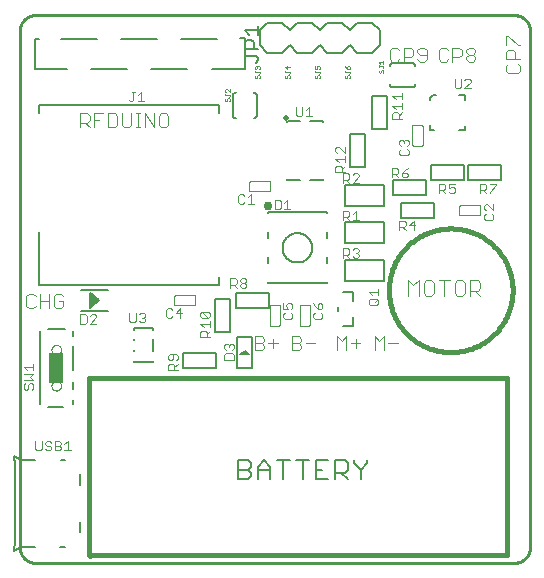
<source format=gto>
G75*
%MOIN*%
%OFA0B0*%
%FSLAX25Y25*%
%IPPOS*%
%LPD*%
%AMOC8*
5,1,8,0,0,1.08239X$1,22.5*
%
%ADD10C,0.01600*%
%ADD11C,0.00600*%
%ADD12C,0.00400*%
%ADD13C,0.01000*%
%ADD14C,0.00300*%
%ADD15C,0.03000*%
%ADD16C,0.00500*%
%ADD17C,0.00800*%
%ADD18C,0.00100*%
%ADD19R,0.05000X0.10000*%
%ADD20C,0.00000*%
%ADD21C,0.02000*%
D10*
X0031000Y0004000D02*
X0031000Y0063000D01*
X0031250Y0063000D02*
X0170500Y0063000D01*
X0170500Y0061500D01*
X0170500Y0004000D01*
X0031250Y0004000D01*
X0031250Y0003750D01*
X0131008Y0092313D02*
X0131014Y0092819D01*
X0131033Y0093325D01*
X0131064Y0093830D01*
X0131107Y0094334D01*
X0131163Y0094837D01*
X0131231Y0095338D01*
X0131312Y0095838D01*
X0131404Y0096335D01*
X0131509Y0096830D01*
X0131626Y0097322D01*
X0131755Y0097812D01*
X0131896Y0098298D01*
X0132049Y0098780D01*
X0132213Y0099258D01*
X0132389Y0099733D01*
X0132577Y0100202D01*
X0132777Y0100667D01*
X0132987Y0101127D01*
X0133209Y0101582D01*
X0133442Y0102031D01*
X0133686Y0102475D01*
X0133941Y0102912D01*
X0134206Y0103343D01*
X0134482Y0103767D01*
X0134769Y0104184D01*
X0135065Y0104594D01*
X0135371Y0104997D01*
X0135688Y0105392D01*
X0136013Y0105779D01*
X0136349Y0106158D01*
X0136693Y0106529D01*
X0137046Y0106891D01*
X0137408Y0107244D01*
X0137779Y0107588D01*
X0138158Y0107924D01*
X0138545Y0108249D01*
X0138940Y0108566D01*
X0139343Y0108872D01*
X0139753Y0109168D01*
X0140170Y0109455D01*
X0140594Y0109731D01*
X0141025Y0109996D01*
X0141462Y0110251D01*
X0141906Y0110495D01*
X0142355Y0110728D01*
X0142810Y0110950D01*
X0143270Y0111160D01*
X0143735Y0111360D01*
X0144204Y0111548D01*
X0144679Y0111724D01*
X0145157Y0111888D01*
X0145639Y0112041D01*
X0146125Y0112182D01*
X0146615Y0112311D01*
X0147107Y0112428D01*
X0147602Y0112533D01*
X0148099Y0112625D01*
X0148599Y0112706D01*
X0149100Y0112774D01*
X0149603Y0112830D01*
X0150107Y0112873D01*
X0150612Y0112904D01*
X0151118Y0112923D01*
X0151624Y0112929D01*
X0152130Y0112923D01*
X0152636Y0112904D01*
X0153141Y0112873D01*
X0153645Y0112830D01*
X0154148Y0112774D01*
X0154649Y0112706D01*
X0155149Y0112625D01*
X0155646Y0112533D01*
X0156141Y0112428D01*
X0156633Y0112311D01*
X0157123Y0112182D01*
X0157609Y0112041D01*
X0158091Y0111888D01*
X0158569Y0111724D01*
X0159044Y0111548D01*
X0159513Y0111360D01*
X0159978Y0111160D01*
X0160438Y0110950D01*
X0160893Y0110728D01*
X0161342Y0110495D01*
X0161786Y0110251D01*
X0162223Y0109996D01*
X0162654Y0109731D01*
X0163078Y0109455D01*
X0163495Y0109168D01*
X0163905Y0108872D01*
X0164308Y0108566D01*
X0164703Y0108249D01*
X0165090Y0107924D01*
X0165469Y0107588D01*
X0165840Y0107244D01*
X0166202Y0106891D01*
X0166555Y0106529D01*
X0166899Y0106158D01*
X0167235Y0105779D01*
X0167560Y0105392D01*
X0167877Y0104997D01*
X0168183Y0104594D01*
X0168479Y0104184D01*
X0168766Y0103767D01*
X0169042Y0103343D01*
X0169307Y0102912D01*
X0169562Y0102475D01*
X0169806Y0102031D01*
X0170039Y0101582D01*
X0170261Y0101127D01*
X0170471Y0100667D01*
X0170671Y0100202D01*
X0170859Y0099733D01*
X0171035Y0099258D01*
X0171199Y0098780D01*
X0171352Y0098298D01*
X0171493Y0097812D01*
X0171622Y0097322D01*
X0171739Y0096830D01*
X0171844Y0096335D01*
X0171936Y0095838D01*
X0172017Y0095338D01*
X0172085Y0094837D01*
X0172141Y0094334D01*
X0172184Y0093830D01*
X0172215Y0093325D01*
X0172234Y0092819D01*
X0172240Y0092313D01*
X0172234Y0091807D01*
X0172215Y0091301D01*
X0172184Y0090796D01*
X0172141Y0090292D01*
X0172085Y0089789D01*
X0172017Y0089288D01*
X0171936Y0088788D01*
X0171844Y0088291D01*
X0171739Y0087796D01*
X0171622Y0087304D01*
X0171493Y0086814D01*
X0171352Y0086328D01*
X0171199Y0085846D01*
X0171035Y0085368D01*
X0170859Y0084893D01*
X0170671Y0084424D01*
X0170471Y0083959D01*
X0170261Y0083499D01*
X0170039Y0083044D01*
X0169806Y0082595D01*
X0169562Y0082151D01*
X0169307Y0081714D01*
X0169042Y0081283D01*
X0168766Y0080859D01*
X0168479Y0080442D01*
X0168183Y0080032D01*
X0167877Y0079629D01*
X0167560Y0079234D01*
X0167235Y0078847D01*
X0166899Y0078468D01*
X0166555Y0078097D01*
X0166202Y0077735D01*
X0165840Y0077382D01*
X0165469Y0077038D01*
X0165090Y0076702D01*
X0164703Y0076377D01*
X0164308Y0076060D01*
X0163905Y0075754D01*
X0163495Y0075458D01*
X0163078Y0075171D01*
X0162654Y0074895D01*
X0162223Y0074630D01*
X0161786Y0074375D01*
X0161342Y0074131D01*
X0160893Y0073898D01*
X0160438Y0073676D01*
X0159978Y0073466D01*
X0159513Y0073266D01*
X0159044Y0073078D01*
X0158569Y0072902D01*
X0158091Y0072738D01*
X0157609Y0072585D01*
X0157123Y0072444D01*
X0156633Y0072315D01*
X0156141Y0072198D01*
X0155646Y0072093D01*
X0155149Y0072001D01*
X0154649Y0071920D01*
X0154148Y0071852D01*
X0153645Y0071796D01*
X0153141Y0071753D01*
X0152636Y0071722D01*
X0152130Y0071703D01*
X0151624Y0071697D01*
X0151118Y0071703D01*
X0150612Y0071722D01*
X0150107Y0071753D01*
X0149603Y0071796D01*
X0149100Y0071852D01*
X0148599Y0071920D01*
X0148099Y0072001D01*
X0147602Y0072093D01*
X0147107Y0072198D01*
X0146615Y0072315D01*
X0146125Y0072444D01*
X0145639Y0072585D01*
X0145157Y0072738D01*
X0144679Y0072902D01*
X0144204Y0073078D01*
X0143735Y0073266D01*
X0143270Y0073466D01*
X0142810Y0073676D01*
X0142355Y0073898D01*
X0141906Y0074131D01*
X0141462Y0074375D01*
X0141025Y0074630D01*
X0140594Y0074895D01*
X0140170Y0075171D01*
X0139753Y0075458D01*
X0139343Y0075754D01*
X0138940Y0076060D01*
X0138545Y0076377D01*
X0138158Y0076702D01*
X0137779Y0077038D01*
X0137408Y0077382D01*
X0137046Y0077735D01*
X0136693Y0078097D01*
X0136349Y0078468D01*
X0136013Y0078847D01*
X0135688Y0079234D01*
X0135371Y0079629D01*
X0135065Y0080032D01*
X0134769Y0080442D01*
X0134482Y0080859D01*
X0134206Y0081283D01*
X0133941Y0081714D01*
X0133686Y0082151D01*
X0133442Y0082595D01*
X0133209Y0083044D01*
X0132987Y0083499D01*
X0132777Y0083959D01*
X0132577Y0084424D01*
X0132389Y0084893D01*
X0132213Y0085368D01*
X0132049Y0085846D01*
X0131896Y0086328D01*
X0131755Y0086814D01*
X0131626Y0087304D01*
X0131509Y0087796D01*
X0131404Y0088291D01*
X0131312Y0088788D01*
X0131231Y0089288D01*
X0131163Y0089789D01*
X0131107Y0090292D01*
X0131064Y0090796D01*
X0131033Y0091301D01*
X0131014Y0091807D01*
X0131008Y0092313D01*
D11*
X0123743Y0035705D02*
X0123743Y0034638D01*
X0121608Y0032503D01*
X0121608Y0029300D01*
X0121608Y0032503D02*
X0119473Y0034638D01*
X0119473Y0035705D01*
X0117298Y0034638D02*
X0117298Y0032503D01*
X0116230Y0031435D01*
X0113027Y0031435D01*
X0113027Y0029300D02*
X0113027Y0035705D01*
X0116230Y0035705D01*
X0117298Y0034638D01*
X0115163Y0031435D02*
X0117298Y0029300D01*
X0110852Y0029300D02*
X0106582Y0029300D01*
X0106582Y0035705D01*
X0110852Y0035705D01*
X0108717Y0032503D02*
X0106582Y0032503D01*
X0104407Y0035705D02*
X0100136Y0035705D01*
X0102272Y0035705D02*
X0102272Y0029300D01*
X0095826Y0029300D02*
X0095826Y0035705D01*
X0093691Y0035705D02*
X0097961Y0035705D01*
X0091516Y0033570D02*
X0091516Y0029300D01*
X0091516Y0032503D02*
X0087245Y0032503D01*
X0087245Y0033570D02*
X0089381Y0035705D01*
X0091516Y0033570D01*
X0087245Y0033570D02*
X0087245Y0029300D01*
X0085070Y0030368D02*
X0084003Y0029300D01*
X0080800Y0029300D01*
X0080800Y0035705D01*
X0084003Y0035705D01*
X0085070Y0034638D01*
X0085070Y0033570D01*
X0084003Y0032503D01*
X0080800Y0032503D01*
X0084003Y0032503D02*
X0085070Y0031435D01*
X0085070Y0030368D01*
X0052509Y0068272D02*
X0052509Y0068754D01*
X0052509Y0068272D02*
X0046128Y0068272D01*
X0046128Y0068754D01*
X0046128Y0071924D02*
X0046128Y0072297D01*
X0046128Y0075664D02*
X0046128Y0076037D01*
X0046128Y0079207D02*
X0046128Y0079689D01*
X0052509Y0079689D01*
X0052509Y0079207D01*
X0052509Y0076037D02*
X0052509Y0071924D01*
D12*
X0057447Y0070529D02*
X0057447Y0069494D01*
X0057964Y0068977D01*
X0058482Y0068977D01*
X0058999Y0069494D01*
X0058999Y0071046D01*
X0060033Y0071046D02*
X0057964Y0071046D01*
X0057447Y0070529D01*
X0060033Y0071046D02*
X0060550Y0070529D01*
X0060550Y0069494D01*
X0060033Y0068977D01*
X0060550Y0067823D02*
X0059516Y0066789D01*
X0059516Y0067306D02*
X0059516Y0065755D01*
X0060550Y0065755D02*
X0057447Y0065755D01*
X0057447Y0067306D01*
X0057964Y0067823D01*
X0058999Y0067823D01*
X0059516Y0067306D01*
X0068197Y0076700D02*
X0068197Y0078251D01*
X0068714Y0078768D01*
X0069749Y0078768D01*
X0070266Y0078251D01*
X0070266Y0076700D01*
X0071300Y0076700D02*
X0068197Y0076700D01*
X0070266Y0077734D02*
X0071300Y0078768D01*
X0071300Y0079923D02*
X0071300Y0081991D01*
X0071300Y0080957D02*
X0068197Y0080957D01*
X0069232Y0079923D01*
X0068714Y0083145D02*
X0068197Y0083663D01*
X0068197Y0084697D01*
X0068714Y0085214D01*
X0070783Y0083145D01*
X0071300Y0083663D01*
X0071300Y0084697D01*
X0070783Y0085214D01*
X0068714Y0085214D01*
X0068714Y0083145D02*
X0070783Y0083145D01*
X0076714Y0074491D02*
X0076197Y0073974D01*
X0076197Y0072940D01*
X0076714Y0072423D01*
X0076714Y0071268D02*
X0076197Y0070751D01*
X0076197Y0069200D01*
X0079300Y0069200D01*
X0079300Y0070751D01*
X0078783Y0071268D01*
X0076714Y0071268D01*
X0078783Y0072423D02*
X0079300Y0072940D01*
X0079300Y0073974D01*
X0078783Y0074491D01*
X0078266Y0074491D01*
X0077749Y0073974D01*
X0077749Y0073457D01*
X0077749Y0073974D02*
X0077232Y0074491D01*
X0076714Y0074491D01*
X0086251Y0074652D02*
X0088553Y0074652D01*
X0089320Y0073884D01*
X0089320Y0073117D01*
X0088553Y0072350D01*
X0086251Y0072350D01*
X0086251Y0076954D01*
X0088553Y0076954D01*
X0089320Y0076186D01*
X0089320Y0075419D01*
X0088553Y0074652D01*
X0090855Y0074652D02*
X0093924Y0074652D01*
X0092390Y0076186D02*
X0092390Y0073117D01*
X0098751Y0072350D02*
X0101053Y0072350D01*
X0101820Y0073117D01*
X0101820Y0073884D01*
X0101053Y0074652D01*
X0098751Y0074652D01*
X0098751Y0072350D02*
X0098751Y0076954D01*
X0101053Y0076954D01*
X0101820Y0076186D01*
X0101820Y0075419D01*
X0101053Y0074652D01*
X0103355Y0074652D02*
X0106424Y0074652D01*
X0113751Y0072350D02*
X0113751Y0076954D01*
X0115286Y0075419D01*
X0116820Y0076954D01*
X0116820Y0072350D01*
X0118355Y0074652D02*
X0121424Y0074652D01*
X0119890Y0076186D02*
X0119890Y0073117D01*
X0126251Y0072350D02*
X0126251Y0076954D01*
X0127786Y0075419D01*
X0129320Y0076954D01*
X0129320Y0072350D01*
X0130855Y0074652D02*
X0133924Y0074652D01*
X0126846Y0087380D02*
X0124777Y0087380D01*
X0124260Y0087898D01*
X0124260Y0088932D01*
X0124777Y0089449D01*
X0126846Y0089449D01*
X0127363Y0088932D01*
X0127363Y0087898D01*
X0126846Y0087380D01*
X0126329Y0088415D02*
X0127363Y0089449D01*
X0127363Y0090603D02*
X0127363Y0092672D01*
X0127363Y0091637D02*
X0124260Y0091637D01*
X0125295Y0090603D01*
X0137450Y0090450D02*
X0137450Y0095654D01*
X0139185Y0093920D01*
X0140920Y0095654D01*
X0140920Y0090450D01*
X0142606Y0091317D02*
X0143474Y0090450D01*
X0145209Y0090450D01*
X0146076Y0091317D01*
X0146076Y0094787D01*
X0145209Y0095654D01*
X0143474Y0095654D01*
X0142606Y0094787D01*
X0142606Y0091317D01*
X0147763Y0095654D02*
X0151232Y0095654D01*
X0149498Y0095654D02*
X0149498Y0090450D01*
X0152919Y0091317D02*
X0153787Y0090450D01*
X0155521Y0090450D01*
X0156389Y0091317D01*
X0156389Y0094787D01*
X0155521Y0095654D01*
X0153787Y0095654D01*
X0152919Y0094787D01*
X0152919Y0091317D01*
X0158076Y0090450D02*
X0158076Y0095654D01*
X0160678Y0095654D01*
X0161545Y0094787D01*
X0161545Y0093052D01*
X0160678Y0092185D01*
X0158076Y0092185D01*
X0159810Y0092185D02*
X0161545Y0090450D01*
X0139279Y0112450D02*
X0139279Y0115553D01*
X0137727Y0114001D01*
X0139796Y0114001D01*
X0136573Y0114001D02*
X0136056Y0113484D01*
X0134505Y0113484D01*
X0135539Y0113484D02*
X0136573Y0112450D01*
X0136573Y0114001D02*
X0136573Y0115036D01*
X0136056Y0115553D01*
X0134505Y0115553D01*
X0134505Y0112450D01*
X0120991Y0115700D02*
X0118923Y0115700D01*
X0119957Y0115700D02*
X0119957Y0118803D01*
X0118923Y0117768D01*
X0117768Y0118286D02*
X0117768Y0117251D01*
X0117251Y0116734D01*
X0115700Y0116734D01*
X0115700Y0115700D02*
X0115700Y0118803D01*
X0117251Y0118803D01*
X0117768Y0118286D01*
X0116734Y0116734D02*
X0117768Y0115700D01*
X0117251Y0106303D02*
X0117768Y0105786D01*
X0117768Y0104751D01*
X0117251Y0104234D01*
X0115700Y0104234D01*
X0115700Y0103200D02*
X0115700Y0106303D01*
X0117251Y0106303D01*
X0118923Y0105786D02*
X0119440Y0106303D01*
X0120474Y0106303D01*
X0120991Y0105786D01*
X0120991Y0105268D01*
X0120474Y0104751D01*
X0120991Y0104234D01*
X0120991Y0103717D01*
X0120474Y0103200D01*
X0119440Y0103200D01*
X0118923Y0103717D01*
X0117768Y0103200D02*
X0116734Y0104234D01*
X0119957Y0104751D02*
X0120474Y0104751D01*
X0108283Y0088046D02*
X0107766Y0088046D01*
X0107249Y0087529D01*
X0107249Y0085977D01*
X0108283Y0085977D01*
X0108800Y0086494D01*
X0108800Y0087529D01*
X0108283Y0088046D01*
X0107249Y0085977D02*
X0106214Y0087011D01*
X0105697Y0088046D01*
X0106214Y0084823D02*
X0105697Y0084306D01*
X0105697Y0083272D01*
X0106214Y0082755D01*
X0108283Y0082755D01*
X0108800Y0083272D01*
X0108800Y0084306D01*
X0108283Y0084823D01*
X0098800Y0084306D02*
X0098283Y0084823D01*
X0098800Y0084306D02*
X0098800Y0083272D01*
X0098283Y0082755D01*
X0096214Y0082755D01*
X0095697Y0083272D01*
X0095697Y0084306D01*
X0096214Y0084823D01*
X0095697Y0085977D02*
X0097249Y0085977D01*
X0096732Y0087011D01*
X0096732Y0087529D01*
X0097249Y0088046D01*
X0098283Y0088046D01*
X0098800Y0087529D01*
X0098800Y0086494D01*
X0098283Y0085977D01*
X0095697Y0085977D02*
X0095697Y0088046D01*
X0083491Y0093717D02*
X0082974Y0093200D01*
X0081940Y0093200D01*
X0081423Y0093717D01*
X0081423Y0094234D01*
X0081940Y0094751D01*
X0082974Y0094751D01*
X0083491Y0094234D01*
X0083491Y0093717D01*
X0082974Y0094751D02*
X0083491Y0095268D01*
X0083491Y0095786D01*
X0082974Y0096303D01*
X0081940Y0096303D01*
X0081423Y0095786D01*
X0081423Y0095268D01*
X0081940Y0094751D01*
X0080268Y0094751D02*
X0079751Y0094234D01*
X0078200Y0094234D01*
X0078200Y0093200D02*
X0078200Y0096303D01*
X0079751Y0096303D01*
X0080268Y0095786D01*
X0080268Y0094751D01*
X0079234Y0094234D02*
X0080268Y0093200D01*
X0061529Y0086303D02*
X0061529Y0083200D01*
X0062046Y0084751D02*
X0059977Y0084751D01*
X0061529Y0086303D01*
X0058823Y0085786D02*
X0058306Y0086303D01*
X0057272Y0086303D01*
X0056755Y0085786D01*
X0056755Y0083717D01*
X0057272Y0083200D01*
X0058306Y0083200D01*
X0058823Y0083717D01*
X0049810Y0083749D02*
X0049293Y0083232D01*
X0049810Y0082715D01*
X0049810Y0082197D01*
X0049293Y0081680D01*
X0048259Y0081680D01*
X0047742Y0082197D01*
X0046587Y0082197D02*
X0046587Y0084783D01*
X0047742Y0084266D02*
X0048259Y0084783D01*
X0049293Y0084783D01*
X0049810Y0084266D01*
X0049810Y0083749D01*
X0049293Y0083232D02*
X0048776Y0083232D01*
X0046587Y0082197D02*
X0046070Y0081680D01*
X0045036Y0081680D01*
X0044519Y0082197D01*
X0044519Y0084783D01*
X0033491Y0083786D02*
X0032974Y0084303D01*
X0031940Y0084303D01*
X0031423Y0083786D01*
X0030268Y0083786D02*
X0029751Y0084303D01*
X0028200Y0084303D01*
X0028200Y0081200D01*
X0029751Y0081200D01*
X0030268Y0081717D01*
X0030268Y0083786D01*
X0031423Y0081200D02*
X0033491Y0083268D01*
X0033491Y0083786D01*
X0033491Y0081200D02*
X0031423Y0081200D01*
X0022477Y0087217D02*
X0022477Y0088752D01*
X0020942Y0088752D01*
X0019408Y0090287D02*
X0019408Y0087217D01*
X0020175Y0086450D01*
X0021710Y0086450D01*
X0022477Y0087217D01*
X0022477Y0090287D02*
X0021710Y0091054D01*
X0020175Y0091054D01*
X0019408Y0090287D01*
X0017873Y0091054D02*
X0017873Y0086450D01*
X0017873Y0088752D02*
X0014804Y0088752D01*
X0013269Y0090287D02*
X0012502Y0091054D01*
X0010967Y0091054D01*
X0010200Y0090287D01*
X0010200Y0087217D01*
X0010967Y0086450D01*
X0012502Y0086450D01*
X0013269Y0087217D01*
X0014804Y0086450D02*
X0014804Y0091054D01*
X0012426Y0067714D02*
X0012426Y0065645D01*
X0012426Y0066680D02*
X0009323Y0066680D01*
X0010358Y0065645D01*
X0009323Y0064491D02*
X0012426Y0064491D01*
X0011392Y0063457D01*
X0012426Y0062423D01*
X0009323Y0062423D01*
X0009840Y0061268D02*
X0009323Y0060751D01*
X0009323Y0059717D01*
X0009840Y0059200D01*
X0010358Y0059200D01*
X0010875Y0059717D01*
X0010875Y0060751D01*
X0011392Y0061268D01*
X0011909Y0061268D01*
X0012426Y0060751D01*
X0012426Y0059717D01*
X0011909Y0059200D01*
X0013200Y0042053D02*
X0013200Y0039467D01*
X0013717Y0038950D01*
X0014751Y0038950D01*
X0015268Y0039467D01*
X0015268Y0042053D01*
X0016423Y0041536D02*
X0016423Y0041018D01*
X0016940Y0040501D01*
X0017974Y0040501D01*
X0018491Y0039984D01*
X0018491Y0039467D01*
X0017974Y0038950D01*
X0016940Y0038950D01*
X0016423Y0039467D01*
X0016423Y0041536D02*
X0016940Y0042053D01*
X0017974Y0042053D01*
X0018491Y0041536D01*
X0019645Y0042053D02*
X0019645Y0038950D01*
X0021197Y0038950D01*
X0021714Y0039467D01*
X0021714Y0039984D01*
X0021197Y0040501D01*
X0019645Y0040501D01*
X0019645Y0042053D02*
X0021197Y0042053D01*
X0021714Y0041536D01*
X0021714Y0041018D01*
X0021197Y0040501D01*
X0022868Y0041018D02*
X0023902Y0042053D01*
X0023902Y0038950D01*
X0022868Y0038950D02*
X0024937Y0038950D01*
X0092887Y0119387D02*
X0094438Y0119387D01*
X0094955Y0119904D01*
X0094955Y0121973D01*
X0094438Y0122490D01*
X0092887Y0122490D01*
X0092887Y0119387D01*
X0096110Y0119387D02*
X0098178Y0119387D01*
X0097144Y0119387D02*
X0097144Y0122490D01*
X0096110Y0121455D01*
X0086046Y0121200D02*
X0083977Y0121200D01*
X0085011Y0121200D02*
X0085011Y0124303D01*
X0083977Y0123268D01*
X0082823Y0123786D02*
X0082306Y0124303D01*
X0081272Y0124303D01*
X0080755Y0123786D01*
X0080755Y0121717D01*
X0081272Y0121200D01*
X0082306Y0121200D01*
X0082823Y0121717D01*
X0057358Y0147467D02*
X0057358Y0150537D01*
X0056591Y0151304D01*
X0055056Y0151304D01*
X0054289Y0150537D01*
X0054289Y0147467D01*
X0055056Y0146700D01*
X0056591Y0146700D01*
X0057358Y0147467D01*
X0052754Y0146700D02*
X0052754Y0151304D01*
X0049685Y0151304D02*
X0052754Y0146700D01*
X0049685Y0146700D02*
X0049685Y0151304D01*
X0048150Y0151304D02*
X0046616Y0151304D01*
X0047383Y0151304D02*
X0047383Y0146700D01*
X0046616Y0146700D02*
X0048150Y0146700D01*
X0045081Y0147467D02*
X0045081Y0151304D01*
X0042012Y0151304D02*
X0042012Y0147467D01*
X0042779Y0146700D01*
X0044314Y0146700D01*
X0045081Y0147467D01*
X0040477Y0147467D02*
X0040477Y0150537D01*
X0039710Y0151304D01*
X0037408Y0151304D01*
X0037408Y0146700D01*
X0039710Y0146700D01*
X0040477Y0147467D01*
X0035873Y0151304D02*
X0032804Y0151304D01*
X0032804Y0146700D01*
X0031269Y0146700D02*
X0029735Y0148235D01*
X0030502Y0148235D02*
X0028200Y0148235D01*
X0028200Y0146700D02*
X0028200Y0151304D01*
X0030502Y0151304D01*
X0031269Y0150537D01*
X0031269Y0149002D01*
X0030502Y0148235D01*
X0032804Y0149002D02*
X0034339Y0149002D01*
X0044255Y0155843D02*
X0044772Y0155326D01*
X0045289Y0155326D01*
X0045806Y0155843D01*
X0045806Y0158429D01*
X0045289Y0158429D02*
X0046323Y0158429D01*
X0047477Y0157394D02*
X0048511Y0158429D01*
X0048511Y0155326D01*
X0047477Y0155326D02*
X0049546Y0155326D01*
X0100054Y0153429D02*
X0100054Y0150843D01*
X0100571Y0150326D01*
X0101605Y0150326D01*
X0102122Y0150843D01*
X0102122Y0153429D01*
X0103276Y0152394D02*
X0104311Y0153429D01*
X0104311Y0150326D01*
X0105345Y0150326D02*
X0103276Y0150326D01*
X0113714Y0140214D02*
X0113197Y0139697D01*
X0113197Y0138663D01*
X0113714Y0138145D01*
X0113714Y0140214D02*
X0114232Y0140214D01*
X0116300Y0138145D01*
X0116300Y0140214D01*
X0116300Y0136991D02*
X0116300Y0134923D01*
X0116300Y0135957D02*
X0113197Y0135957D01*
X0114232Y0134923D01*
X0114749Y0133768D02*
X0115266Y0133251D01*
X0115266Y0131700D01*
X0115700Y0131303D02*
X0117251Y0131303D01*
X0117768Y0130786D01*
X0117768Y0129751D01*
X0117251Y0129234D01*
X0115700Y0129234D01*
X0115700Y0128200D02*
X0115700Y0131303D01*
X0116300Y0131700D02*
X0113197Y0131700D01*
X0113197Y0133251D01*
X0113714Y0133768D01*
X0114749Y0133768D01*
X0115266Y0132734D02*
X0116300Y0133768D01*
X0118923Y0130786D02*
X0119440Y0131303D01*
X0120474Y0131303D01*
X0120991Y0130786D01*
X0120991Y0130268D01*
X0118923Y0128200D01*
X0120991Y0128200D01*
X0117768Y0128200D02*
X0116734Y0129234D01*
X0132005Y0129950D02*
X0132005Y0133053D01*
X0133556Y0133053D01*
X0134073Y0132536D01*
X0134073Y0131501D01*
X0133556Y0130984D01*
X0132005Y0130984D01*
X0133039Y0130984D02*
X0134073Y0129950D01*
X0135227Y0130467D02*
X0135744Y0129950D01*
X0136779Y0129950D01*
X0137296Y0130467D01*
X0137296Y0130984D01*
X0136779Y0131501D01*
X0135227Y0131501D01*
X0135227Y0130467D01*
X0135227Y0131501D02*
X0136261Y0132536D01*
X0137296Y0133053D01*
X0137033Y0137255D02*
X0134964Y0137255D01*
X0134447Y0137772D01*
X0134447Y0138806D01*
X0134964Y0139323D01*
X0134964Y0140477D02*
X0134447Y0140994D01*
X0134447Y0142029D01*
X0134964Y0142546D01*
X0135482Y0142546D01*
X0135999Y0142029D01*
X0136516Y0142546D01*
X0137033Y0142546D01*
X0137550Y0142029D01*
X0137550Y0140994D01*
X0137033Y0140477D01*
X0137033Y0139323D02*
X0137550Y0138806D01*
X0137550Y0137772D01*
X0137033Y0137255D01*
X0135999Y0141511D02*
X0135999Y0142029D01*
X0135300Y0149532D02*
X0132197Y0149532D01*
X0132197Y0151083D01*
X0132714Y0151600D01*
X0133749Y0151600D01*
X0134266Y0151083D01*
X0134266Y0149532D01*
X0134266Y0150566D02*
X0135300Y0151600D01*
X0135300Y0152754D02*
X0135300Y0154823D01*
X0135300Y0153789D02*
X0132197Y0153789D01*
X0133232Y0152754D01*
X0133232Y0155977D02*
X0132197Y0157011D01*
X0135300Y0157011D01*
X0135300Y0155977D02*
X0135300Y0158046D01*
X0135941Y0168550D02*
X0135941Y0173154D01*
X0138243Y0173154D01*
X0139010Y0172387D01*
X0139010Y0170852D01*
X0138243Y0170085D01*
X0135941Y0170085D01*
X0134406Y0169318D02*
X0133639Y0168550D01*
X0132104Y0168550D01*
X0131337Y0169318D01*
X0131337Y0172387D01*
X0132104Y0173154D01*
X0133639Y0173154D01*
X0134406Y0172387D01*
X0140545Y0172387D02*
X0140545Y0171620D01*
X0141312Y0170852D01*
X0143614Y0170852D01*
X0143614Y0169318D02*
X0142847Y0168550D01*
X0141312Y0168550D01*
X0140545Y0169318D01*
X0140545Y0172387D02*
X0141312Y0173154D01*
X0142847Y0173154D01*
X0143614Y0172387D01*
X0143614Y0169318D01*
X0147587Y0169318D02*
X0147587Y0172387D01*
X0148354Y0173154D01*
X0149889Y0173154D01*
X0150656Y0172387D01*
X0152191Y0173154D02*
X0154493Y0173154D01*
X0155260Y0172387D01*
X0155260Y0170852D01*
X0154493Y0170085D01*
X0152191Y0170085D01*
X0152191Y0168550D02*
X0152191Y0173154D01*
X0150656Y0169318D02*
X0149889Y0168550D01*
X0148354Y0168550D01*
X0147587Y0169318D01*
X0152950Y0162803D02*
X0152950Y0160217D01*
X0153467Y0159700D01*
X0154501Y0159700D01*
X0155018Y0160217D01*
X0155018Y0162803D01*
X0156173Y0162286D02*
X0156690Y0162803D01*
X0157724Y0162803D01*
X0158241Y0162286D01*
X0158241Y0161768D01*
X0156173Y0159700D01*
X0158241Y0159700D01*
X0157562Y0168550D02*
X0156795Y0169318D01*
X0156795Y0170085D01*
X0157562Y0170852D01*
X0159097Y0170852D01*
X0159864Y0170085D01*
X0159864Y0169318D01*
X0159097Y0168550D01*
X0157562Y0168550D01*
X0157562Y0170852D02*
X0156795Y0171620D01*
X0156795Y0172387D01*
X0157562Y0173154D01*
X0159097Y0173154D01*
X0159864Y0172387D01*
X0159864Y0171620D01*
X0159097Y0170852D01*
X0170046Y0171657D02*
X0170046Y0169355D01*
X0174650Y0169355D01*
X0173116Y0169355D02*
X0173116Y0171657D01*
X0172348Y0172424D01*
X0170814Y0172424D01*
X0170046Y0171657D01*
X0170046Y0173959D02*
X0170046Y0177028D01*
X0170814Y0177028D01*
X0173883Y0173959D01*
X0174650Y0173959D01*
X0173883Y0167820D02*
X0174650Y0167053D01*
X0174650Y0165518D01*
X0173883Y0164751D01*
X0170814Y0164751D01*
X0170046Y0165518D01*
X0170046Y0167053D01*
X0170814Y0167820D01*
X0166741Y0127803D02*
X0164673Y0127803D01*
X0163518Y0127286D02*
X0163518Y0126251D01*
X0163001Y0125734D01*
X0161450Y0125734D01*
X0161450Y0124700D02*
X0161450Y0127803D01*
X0163001Y0127803D01*
X0163518Y0127286D01*
X0162484Y0125734D02*
X0163518Y0124700D01*
X0164673Y0124700D02*
X0164673Y0125217D01*
X0166741Y0127286D01*
X0166741Y0127803D01*
X0165800Y0120991D02*
X0165800Y0118923D01*
X0163732Y0120991D01*
X0163214Y0120991D01*
X0162697Y0120474D01*
X0162697Y0119440D01*
X0163214Y0118923D01*
X0163214Y0117768D02*
X0162697Y0117251D01*
X0162697Y0116217D01*
X0163214Y0115700D01*
X0165283Y0115700D01*
X0165800Y0116217D01*
X0165800Y0117251D01*
X0165283Y0117768D01*
X0153046Y0125217D02*
X0152529Y0124700D01*
X0151494Y0124700D01*
X0150977Y0125217D01*
X0150977Y0126251D02*
X0152011Y0126768D01*
X0152529Y0126768D01*
X0153046Y0126251D01*
X0153046Y0125217D01*
X0150977Y0126251D02*
X0150977Y0127803D01*
X0153046Y0127803D01*
X0149823Y0127286D02*
X0149823Y0126251D01*
X0149306Y0125734D01*
X0147755Y0125734D01*
X0148789Y0125734D02*
X0149823Y0124700D01*
X0147755Y0124700D02*
X0147755Y0127803D01*
X0149306Y0127803D01*
X0149823Y0127286D01*
D13*
X0178000Y0179000D02*
X0177998Y0179140D01*
X0177992Y0179280D01*
X0177982Y0179420D01*
X0177969Y0179560D01*
X0177951Y0179699D01*
X0177929Y0179838D01*
X0177904Y0179975D01*
X0177875Y0180113D01*
X0177842Y0180249D01*
X0177805Y0180384D01*
X0177764Y0180518D01*
X0177719Y0180651D01*
X0177671Y0180783D01*
X0177619Y0180913D01*
X0177564Y0181042D01*
X0177505Y0181169D01*
X0177442Y0181295D01*
X0177376Y0181419D01*
X0177307Y0181540D01*
X0177234Y0181660D01*
X0177157Y0181778D01*
X0177078Y0181893D01*
X0176995Y0182007D01*
X0176909Y0182117D01*
X0176820Y0182226D01*
X0176728Y0182332D01*
X0176633Y0182435D01*
X0176536Y0182536D01*
X0176435Y0182633D01*
X0176332Y0182728D01*
X0176226Y0182820D01*
X0176117Y0182909D01*
X0176007Y0182995D01*
X0175893Y0183078D01*
X0175778Y0183157D01*
X0175660Y0183234D01*
X0175540Y0183307D01*
X0175419Y0183376D01*
X0175295Y0183442D01*
X0175169Y0183505D01*
X0175042Y0183564D01*
X0174913Y0183619D01*
X0174783Y0183671D01*
X0174651Y0183719D01*
X0174518Y0183764D01*
X0174384Y0183805D01*
X0174249Y0183842D01*
X0174113Y0183875D01*
X0173975Y0183904D01*
X0173838Y0183929D01*
X0173699Y0183951D01*
X0173560Y0183969D01*
X0173420Y0183982D01*
X0173280Y0183992D01*
X0173140Y0183998D01*
X0173000Y0184000D01*
X0013000Y0184000D01*
X0012860Y0183998D01*
X0012720Y0183992D01*
X0012580Y0183982D01*
X0012440Y0183969D01*
X0012301Y0183951D01*
X0012162Y0183929D01*
X0012025Y0183904D01*
X0011887Y0183875D01*
X0011751Y0183842D01*
X0011616Y0183805D01*
X0011482Y0183764D01*
X0011349Y0183719D01*
X0011217Y0183671D01*
X0011087Y0183619D01*
X0010958Y0183564D01*
X0010831Y0183505D01*
X0010705Y0183442D01*
X0010581Y0183376D01*
X0010460Y0183307D01*
X0010340Y0183234D01*
X0010222Y0183157D01*
X0010107Y0183078D01*
X0009993Y0182995D01*
X0009883Y0182909D01*
X0009774Y0182820D01*
X0009668Y0182728D01*
X0009565Y0182633D01*
X0009464Y0182536D01*
X0009367Y0182435D01*
X0009272Y0182332D01*
X0009180Y0182226D01*
X0009091Y0182117D01*
X0009005Y0182007D01*
X0008922Y0181893D01*
X0008843Y0181778D01*
X0008766Y0181660D01*
X0008693Y0181540D01*
X0008624Y0181419D01*
X0008558Y0181295D01*
X0008495Y0181169D01*
X0008436Y0181042D01*
X0008381Y0180913D01*
X0008329Y0180783D01*
X0008281Y0180651D01*
X0008236Y0180518D01*
X0008195Y0180384D01*
X0008158Y0180249D01*
X0008125Y0180113D01*
X0008096Y0179975D01*
X0008071Y0179838D01*
X0008049Y0179699D01*
X0008031Y0179560D01*
X0008018Y0179420D01*
X0008008Y0179280D01*
X0008002Y0179140D01*
X0008000Y0179000D01*
X0008000Y0006500D01*
X0008002Y0006360D01*
X0008008Y0006220D01*
X0008018Y0006080D01*
X0008031Y0005940D01*
X0008049Y0005801D01*
X0008071Y0005662D01*
X0008096Y0005525D01*
X0008125Y0005387D01*
X0008158Y0005251D01*
X0008195Y0005116D01*
X0008236Y0004982D01*
X0008281Y0004849D01*
X0008329Y0004717D01*
X0008381Y0004587D01*
X0008436Y0004458D01*
X0008495Y0004331D01*
X0008558Y0004205D01*
X0008624Y0004081D01*
X0008693Y0003960D01*
X0008766Y0003840D01*
X0008843Y0003722D01*
X0008922Y0003607D01*
X0009005Y0003493D01*
X0009091Y0003383D01*
X0009180Y0003274D01*
X0009272Y0003168D01*
X0009367Y0003065D01*
X0009464Y0002964D01*
X0009565Y0002867D01*
X0009668Y0002772D01*
X0009774Y0002680D01*
X0009883Y0002591D01*
X0009993Y0002505D01*
X0010107Y0002422D01*
X0010222Y0002343D01*
X0010340Y0002266D01*
X0010460Y0002193D01*
X0010581Y0002124D01*
X0010705Y0002058D01*
X0010831Y0001995D01*
X0010958Y0001936D01*
X0011087Y0001881D01*
X0011217Y0001829D01*
X0011349Y0001781D01*
X0011482Y0001736D01*
X0011616Y0001695D01*
X0011751Y0001658D01*
X0011887Y0001625D01*
X0012025Y0001596D01*
X0012162Y0001571D01*
X0012301Y0001549D01*
X0012440Y0001531D01*
X0012580Y0001518D01*
X0012720Y0001508D01*
X0012860Y0001502D01*
X0013000Y0001500D01*
X0173000Y0001500D01*
X0173140Y0001502D01*
X0173280Y0001508D01*
X0173420Y0001518D01*
X0173560Y0001531D01*
X0173699Y0001549D01*
X0173838Y0001571D01*
X0173975Y0001596D01*
X0174113Y0001625D01*
X0174249Y0001658D01*
X0174384Y0001695D01*
X0174518Y0001736D01*
X0174651Y0001781D01*
X0174783Y0001829D01*
X0174913Y0001881D01*
X0175042Y0001936D01*
X0175169Y0001995D01*
X0175295Y0002058D01*
X0175419Y0002124D01*
X0175540Y0002193D01*
X0175660Y0002266D01*
X0175778Y0002343D01*
X0175893Y0002422D01*
X0176007Y0002505D01*
X0176117Y0002591D01*
X0176226Y0002680D01*
X0176332Y0002772D01*
X0176435Y0002867D01*
X0176536Y0002964D01*
X0176633Y0003065D01*
X0176728Y0003168D01*
X0176820Y0003274D01*
X0176909Y0003383D01*
X0176995Y0003493D01*
X0177078Y0003607D01*
X0177157Y0003722D01*
X0177234Y0003840D01*
X0177307Y0003960D01*
X0177376Y0004081D01*
X0177442Y0004205D01*
X0177505Y0004331D01*
X0177564Y0004458D01*
X0177619Y0004587D01*
X0177671Y0004717D01*
X0177719Y0004849D01*
X0177764Y0004982D01*
X0177805Y0005116D01*
X0177842Y0005251D01*
X0177875Y0005387D01*
X0177904Y0005525D01*
X0177929Y0005662D01*
X0177951Y0005801D01*
X0177969Y0005940D01*
X0177982Y0006080D01*
X0177992Y0006220D01*
X0177998Y0006360D01*
X0178000Y0006500D01*
X0178000Y0179000D01*
D14*
X0142250Y0147000D02*
X0142250Y0141000D01*
X0142248Y0140956D01*
X0142242Y0140913D01*
X0142233Y0140871D01*
X0142220Y0140829D01*
X0142203Y0140789D01*
X0142183Y0140750D01*
X0142160Y0140713D01*
X0142133Y0140679D01*
X0142104Y0140646D01*
X0142071Y0140617D01*
X0142037Y0140590D01*
X0142000Y0140567D01*
X0141961Y0140547D01*
X0141921Y0140530D01*
X0141879Y0140517D01*
X0141837Y0140508D01*
X0141794Y0140502D01*
X0141750Y0140500D01*
X0139250Y0140500D01*
X0139206Y0140502D01*
X0139163Y0140508D01*
X0139121Y0140517D01*
X0139079Y0140530D01*
X0139039Y0140547D01*
X0139000Y0140567D01*
X0138963Y0140590D01*
X0138929Y0140617D01*
X0138896Y0140646D01*
X0138867Y0140679D01*
X0138840Y0140713D01*
X0138817Y0140750D01*
X0138797Y0140789D01*
X0138780Y0140829D01*
X0138767Y0140871D01*
X0138758Y0140913D01*
X0138752Y0140956D01*
X0138750Y0141000D01*
X0138750Y0147000D01*
X0138752Y0147044D01*
X0138758Y0147087D01*
X0138767Y0147129D01*
X0138780Y0147171D01*
X0138797Y0147211D01*
X0138817Y0147250D01*
X0138840Y0147287D01*
X0138867Y0147321D01*
X0138896Y0147354D01*
X0138929Y0147383D01*
X0138963Y0147410D01*
X0139000Y0147433D01*
X0139039Y0147453D01*
X0139079Y0147470D01*
X0139121Y0147483D01*
X0139163Y0147492D01*
X0139206Y0147498D01*
X0139250Y0147500D01*
X0141750Y0147500D01*
X0141794Y0147498D01*
X0141837Y0147492D01*
X0141879Y0147483D01*
X0141921Y0147470D01*
X0141961Y0147453D01*
X0142000Y0147433D01*
X0142037Y0147410D01*
X0142071Y0147383D01*
X0142104Y0147354D01*
X0142133Y0147321D01*
X0142160Y0147287D01*
X0142183Y0147250D01*
X0142203Y0147211D01*
X0142220Y0147171D01*
X0142233Y0147129D01*
X0142242Y0147087D01*
X0142248Y0147044D01*
X0142250Y0147000D01*
X0155000Y0120750D02*
X0161000Y0120750D01*
X0161044Y0120748D01*
X0161087Y0120742D01*
X0161129Y0120733D01*
X0161171Y0120720D01*
X0161211Y0120703D01*
X0161250Y0120683D01*
X0161287Y0120660D01*
X0161321Y0120633D01*
X0161354Y0120604D01*
X0161383Y0120571D01*
X0161410Y0120537D01*
X0161433Y0120500D01*
X0161453Y0120461D01*
X0161470Y0120421D01*
X0161483Y0120379D01*
X0161492Y0120337D01*
X0161498Y0120294D01*
X0161500Y0120250D01*
X0161500Y0117750D01*
X0161498Y0117706D01*
X0161492Y0117663D01*
X0161483Y0117621D01*
X0161470Y0117579D01*
X0161453Y0117539D01*
X0161433Y0117500D01*
X0161410Y0117463D01*
X0161383Y0117429D01*
X0161354Y0117396D01*
X0161321Y0117367D01*
X0161287Y0117340D01*
X0161250Y0117317D01*
X0161211Y0117297D01*
X0161171Y0117280D01*
X0161129Y0117267D01*
X0161087Y0117258D01*
X0161044Y0117252D01*
X0161000Y0117250D01*
X0155000Y0117250D01*
X0154956Y0117252D01*
X0154913Y0117258D01*
X0154871Y0117267D01*
X0154829Y0117280D01*
X0154789Y0117297D01*
X0154750Y0117317D01*
X0154713Y0117340D01*
X0154679Y0117367D01*
X0154646Y0117396D01*
X0154617Y0117429D01*
X0154590Y0117463D01*
X0154567Y0117500D01*
X0154547Y0117539D01*
X0154530Y0117579D01*
X0154517Y0117621D01*
X0154508Y0117663D01*
X0154502Y0117706D01*
X0154500Y0117750D01*
X0154500Y0120250D01*
X0154502Y0120294D01*
X0154508Y0120337D01*
X0154517Y0120379D01*
X0154530Y0120421D01*
X0154547Y0120461D01*
X0154567Y0120500D01*
X0154590Y0120537D01*
X0154617Y0120571D01*
X0154646Y0120604D01*
X0154679Y0120633D01*
X0154713Y0120660D01*
X0154750Y0120683D01*
X0154789Y0120703D01*
X0154829Y0120720D01*
X0154871Y0120733D01*
X0154913Y0120742D01*
X0154956Y0120748D01*
X0155000Y0120750D01*
X0104750Y0087000D02*
X0104750Y0081000D01*
X0104748Y0080956D01*
X0104742Y0080913D01*
X0104733Y0080871D01*
X0104720Y0080829D01*
X0104703Y0080789D01*
X0104683Y0080750D01*
X0104660Y0080713D01*
X0104633Y0080679D01*
X0104604Y0080646D01*
X0104571Y0080617D01*
X0104537Y0080590D01*
X0104500Y0080567D01*
X0104461Y0080547D01*
X0104421Y0080530D01*
X0104379Y0080517D01*
X0104337Y0080508D01*
X0104294Y0080502D01*
X0104250Y0080500D01*
X0101750Y0080500D01*
X0101706Y0080502D01*
X0101663Y0080508D01*
X0101621Y0080517D01*
X0101579Y0080530D01*
X0101539Y0080547D01*
X0101500Y0080567D01*
X0101463Y0080590D01*
X0101429Y0080617D01*
X0101396Y0080646D01*
X0101367Y0080679D01*
X0101340Y0080713D01*
X0101317Y0080750D01*
X0101297Y0080789D01*
X0101280Y0080829D01*
X0101267Y0080871D01*
X0101258Y0080913D01*
X0101252Y0080956D01*
X0101250Y0081000D01*
X0101250Y0087000D01*
X0101252Y0087044D01*
X0101258Y0087087D01*
X0101267Y0087129D01*
X0101280Y0087171D01*
X0101297Y0087211D01*
X0101317Y0087250D01*
X0101340Y0087287D01*
X0101367Y0087321D01*
X0101396Y0087354D01*
X0101429Y0087383D01*
X0101463Y0087410D01*
X0101500Y0087433D01*
X0101539Y0087453D01*
X0101579Y0087470D01*
X0101621Y0087483D01*
X0101663Y0087492D01*
X0101706Y0087498D01*
X0101750Y0087500D01*
X0104250Y0087500D01*
X0104294Y0087498D01*
X0104337Y0087492D01*
X0104379Y0087483D01*
X0104421Y0087470D01*
X0104461Y0087453D01*
X0104500Y0087433D01*
X0104537Y0087410D01*
X0104571Y0087383D01*
X0104604Y0087354D01*
X0104633Y0087321D01*
X0104660Y0087287D01*
X0104683Y0087250D01*
X0104703Y0087211D01*
X0104720Y0087171D01*
X0104733Y0087129D01*
X0104742Y0087087D01*
X0104748Y0087044D01*
X0104750Y0087000D01*
X0094750Y0087000D02*
X0094750Y0081000D01*
X0094748Y0080956D01*
X0094742Y0080913D01*
X0094733Y0080871D01*
X0094720Y0080829D01*
X0094703Y0080789D01*
X0094683Y0080750D01*
X0094660Y0080713D01*
X0094633Y0080679D01*
X0094604Y0080646D01*
X0094571Y0080617D01*
X0094537Y0080590D01*
X0094500Y0080567D01*
X0094461Y0080547D01*
X0094421Y0080530D01*
X0094379Y0080517D01*
X0094337Y0080508D01*
X0094294Y0080502D01*
X0094250Y0080500D01*
X0091750Y0080500D01*
X0091706Y0080502D01*
X0091663Y0080508D01*
X0091621Y0080517D01*
X0091579Y0080530D01*
X0091539Y0080547D01*
X0091500Y0080567D01*
X0091463Y0080590D01*
X0091429Y0080617D01*
X0091396Y0080646D01*
X0091367Y0080679D01*
X0091340Y0080713D01*
X0091317Y0080750D01*
X0091297Y0080789D01*
X0091280Y0080829D01*
X0091267Y0080871D01*
X0091258Y0080913D01*
X0091252Y0080956D01*
X0091250Y0081000D01*
X0091250Y0087000D01*
X0091252Y0087044D01*
X0091258Y0087087D01*
X0091267Y0087129D01*
X0091280Y0087171D01*
X0091297Y0087211D01*
X0091317Y0087250D01*
X0091340Y0087287D01*
X0091367Y0087321D01*
X0091396Y0087354D01*
X0091429Y0087383D01*
X0091463Y0087410D01*
X0091500Y0087433D01*
X0091539Y0087453D01*
X0091579Y0087470D01*
X0091621Y0087483D01*
X0091663Y0087492D01*
X0091706Y0087498D01*
X0091750Y0087500D01*
X0094250Y0087500D01*
X0094294Y0087498D01*
X0094337Y0087492D01*
X0094379Y0087483D01*
X0094421Y0087470D01*
X0094461Y0087453D01*
X0094500Y0087433D01*
X0094537Y0087410D01*
X0094571Y0087383D01*
X0094604Y0087354D01*
X0094633Y0087321D01*
X0094660Y0087287D01*
X0094683Y0087250D01*
X0094703Y0087211D01*
X0094720Y0087171D01*
X0094733Y0087129D01*
X0094742Y0087087D01*
X0094748Y0087044D01*
X0094750Y0087000D01*
X0066500Y0087750D02*
X0066500Y0090250D01*
X0066498Y0090294D01*
X0066492Y0090337D01*
X0066483Y0090379D01*
X0066470Y0090421D01*
X0066453Y0090461D01*
X0066433Y0090500D01*
X0066410Y0090537D01*
X0066383Y0090571D01*
X0066354Y0090604D01*
X0066321Y0090633D01*
X0066287Y0090660D01*
X0066250Y0090683D01*
X0066211Y0090703D01*
X0066171Y0090720D01*
X0066129Y0090733D01*
X0066087Y0090742D01*
X0066044Y0090748D01*
X0066000Y0090750D01*
X0060000Y0090750D01*
X0059956Y0090748D01*
X0059913Y0090742D01*
X0059871Y0090733D01*
X0059829Y0090720D01*
X0059789Y0090703D01*
X0059750Y0090683D01*
X0059713Y0090660D01*
X0059679Y0090633D01*
X0059646Y0090604D01*
X0059617Y0090571D01*
X0059590Y0090537D01*
X0059567Y0090500D01*
X0059547Y0090461D01*
X0059530Y0090421D01*
X0059517Y0090379D01*
X0059508Y0090337D01*
X0059502Y0090294D01*
X0059500Y0090250D01*
X0059500Y0087750D01*
X0059502Y0087706D01*
X0059508Y0087663D01*
X0059517Y0087621D01*
X0059530Y0087579D01*
X0059547Y0087539D01*
X0059567Y0087500D01*
X0059590Y0087463D01*
X0059617Y0087429D01*
X0059646Y0087396D01*
X0059679Y0087367D01*
X0059713Y0087340D01*
X0059750Y0087317D01*
X0059789Y0087297D01*
X0059829Y0087280D01*
X0059871Y0087267D01*
X0059913Y0087258D01*
X0059956Y0087252D01*
X0060000Y0087250D01*
X0066000Y0087250D01*
X0066044Y0087252D01*
X0066087Y0087258D01*
X0066129Y0087267D01*
X0066171Y0087280D01*
X0066211Y0087297D01*
X0066250Y0087317D01*
X0066287Y0087340D01*
X0066321Y0087367D01*
X0066354Y0087396D01*
X0066383Y0087429D01*
X0066410Y0087463D01*
X0066433Y0087500D01*
X0066453Y0087539D01*
X0066470Y0087579D01*
X0066483Y0087621D01*
X0066492Y0087663D01*
X0066498Y0087706D01*
X0066500Y0087750D01*
X0085000Y0125250D02*
X0091000Y0125250D01*
X0091044Y0125252D01*
X0091087Y0125258D01*
X0091129Y0125267D01*
X0091171Y0125280D01*
X0091211Y0125297D01*
X0091250Y0125317D01*
X0091287Y0125340D01*
X0091321Y0125367D01*
X0091354Y0125396D01*
X0091383Y0125429D01*
X0091410Y0125463D01*
X0091433Y0125500D01*
X0091453Y0125539D01*
X0091470Y0125579D01*
X0091483Y0125621D01*
X0091492Y0125663D01*
X0091498Y0125706D01*
X0091500Y0125750D01*
X0091500Y0128250D01*
X0091498Y0128294D01*
X0091492Y0128337D01*
X0091483Y0128379D01*
X0091470Y0128421D01*
X0091453Y0128461D01*
X0091433Y0128500D01*
X0091410Y0128537D01*
X0091383Y0128571D01*
X0091354Y0128604D01*
X0091321Y0128633D01*
X0091287Y0128660D01*
X0091250Y0128683D01*
X0091211Y0128703D01*
X0091171Y0128720D01*
X0091129Y0128733D01*
X0091087Y0128742D01*
X0091044Y0128748D01*
X0091000Y0128750D01*
X0085000Y0128750D01*
X0084956Y0128748D01*
X0084913Y0128742D01*
X0084871Y0128733D01*
X0084829Y0128720D01*
X0084789Y0128703D01*
X0084750Y0128683D01*
X0084713Y0128660D01*
X0084679Y0128633D01*
X0084646Y0128604D01*
X0084617Y0128571D01*
X0084590Y0128537D01*
X0084567Y0128500D01*
X0084547Y0128461D01*
X0084530Y0128421D01*
X0084517Y0128379D01*
X0084508Y0128337D01*
X0084502Y0128294D01*
X0084500Y0128250D01*
X0084500Y0125750D01*
X0084502Y0125706D01*
X0084508Y0125663D01*
X0084517Y0125621D01*
X0084530Y0125579D01*
X0084547Y0125539D01*
X0084567Y0125500D01*
X0084590Y0125463D01*
X0084617Y0125429D01*
X0084646Y0125396D01*
X0084679Y0125367D01*
X0084713Y0125340D01*
X0084750Y0125317D01*
X0084789Y0125297D01*
X0084829Y0125280D01*
X0084871Y0125267D01*
X0084913Y0125258D01*
X0084956Y0125252D01*
X0085000Y0125250D01*
D15*
X0090575Y0120543D03*
D16*
X0006346Y0008652D02*
X0005953Y0005502D01*
X0008315Y0006683D01*
X0013039Y0006683D01*
X0007921Y0006683D02*
X0007921Y0035817D01*
X0008315Y0035817D02*
X0013039Y0035817D01*
X0008315Y0035817D02*
X0005953Y0036998D01*
X0006346Y0034242D01*
X0006346Y0008652D01*
X0021307Y0006683D02*
X0022882Y0006683D01*
X0028000Y0011801D02*
X0028000Y0014951D01*
X0028000Y0027549D02*
X0028000Y0031093D01*
X0022882Y0035817D02*
X0021701Y0035817D01*
X0022488Y0053508D02*
X0017370Y0053508D01*
X0014626Y0054295D02*
X0014626Y0078705D01*
X0017370Y0079492D02*
X0022882Y0079492D01*
X0025638Y0078705D02*
X0025638Y0077130D01*
X0025638Y0073587D02*
X0025638Y0065713D01*
X0025638Y0061776D02*
X0025638Y0059413D01*
X0025638Y0055870D02*
X0025638Y0054295D01*
X0028500Y0085500D02*
X0037500Y0085500D01*
X0034500Y0089000D02*
X0031500Y0087000D01*
X0032000Y0091000D01*
X0034000Y0089000D01*
X0031500Y0087500D01*
X0032000Y0090500D01*
X0033500Y0089000D01*
X0032000Y0088000D01*
X0032000Y0088500D01*
X0032500Y0089500D01*
X0032500Y0089000D01*
X0033000Y0089000D02*
X0032000Y0088500D01*
X0032000Y0090000D01*
X0032500Y0089500D01*
X0033000Y0089000D01*
X0034500Y0089000D02*
X0031500Y0091500D01*
X0031500Y0087500D01*
X0031500Y0087000D01*
X0031500Y0086500D01*
X0034500Y0089000D01*
X0037500Y0092500D02*
X0028500Y0092500D01*
X0062500Y0071500D02*
X0062500Y0066500D01*
X0073500Y0066500D01*
X0073500Y0071500D01*
X0062500Y0071500D01*
X0073000Y0078500D02*
X0073000Y0089500D01*
X0078000Y0089500D01*
X0078000Y0078500D01*
X0073000Y0078500D01*
X0080500Y0076750D02*
X0085500Y0076750D01*
X0085500Y0066250D01*
X0080500Y0066250D01*
X0080500Y0076750D01*
X0083000Y0072000D02*
X0082250Y0071500D01*
X0083750Y0071500D01*
X0083000Y0072000D01*
X0082250Y0071500D02*
X0081500Y0071000D01*
X0084500Y0071000D01*
X0083750Y0071500D01*
X0084000Y0071250D02*
X0082000Y0071250D01*
X0080000Y0086500D02*
X0080000Y0091500D01*
X0091000Y0091500D01*
X0091000Y0086500D01*
X0080000Y0086500D01*
X0090657Y0094689D02*
X0090657Y0095083D01*
X0090657Y0094689D02*
X0110343Y0094689D01*
X0110343Y0095083D01*
X0115563Y0091876D02*
X0119063Y0091876D01*
X0119063Y0088876D01*
X0114063Y0086876D02*
X0114063Y0085376D01*
X0119063Y0083376D02*
X0119063Y0080376D01*
X0115563Y0080376D01*
X0116500Y0095500D02*
X0116500Y0102500D01*
X0129500Y0102500D01*
X0129500Y0095500D01*
X0116500Y0095500D01*
X0110343Y0101382D02*
X0110343Y0103350D01*
X0110343Y0109650D02*
X0110343Y0111618D01*
X0110343Y0117917D02*
X0110343Y0118311D01*
X0090657Y0118311D01*
X0090657Y0117917D01*
X0090657Y0111618D02*
X0090657Y0109650D01*
X0090657Y0103350D02*
X0090657Y0101382D01*
X0095579Y0106500D02*
X0095581Y0106640D01*
X0095587Y0106780D01*
X0095597Y0106919D01*
X0095611Y0107058D01*
X0095629Y0107197D01*
X0095650Y0107335D01*
X0095676Y0107473D01*
X0095706Y0107610D01*
X0095739Y0107745D01*
X0095777Y0107880D01*
X0095818Y0108014D01*
X0095863Y0108147D01*
X0095911Y0108278D01*
X0095964Y0108407D01*
X0096020Y0108536D01*
X0096079Y0108662D01*
X0096143Y0108787D01*
X0096209Y0108910D01*
X0096280Y0109031D01*
X0096353Y0109150D01*
X0096430Y0109267D01*
X0096511Y0109381D01*
X0096594Y0109493D01*
X0096681Y0109603D01*
X0096771Y0109711D01*
X0096863Y0109815D01*
X0096959Y0109917D01*
X0097058Y0110017D01*
X0097159Y0110113D01*
X0097263Y0110207D01*
X0097370Y0110297D01*
X0097479Y0110384D01*
X0097591Y0110469D01*
X0097705Y0110550D01*
X0097821Y0110628D01*
X0097939Y0110702D01*
X0098060Y0110773D01*
X0098182Y0110841D01*
X0098307Y0110905D01*
X0098433Y0110966D01*
X0098560Y0111023D01*
X0098690Y0111076D01*
X0098821Y0111126D01*
X0098953Y0111171D01*
X0099086Y0111214D01*
X0099221Y0111252D01*
X0099356Y0111286D01*
X0099493Y0111317D01*
X0099630Y0111344D01*
X0099768Y0111366D01*
X0099907Y0111385D01*
X0100046Y0111400D01*
X0100185Y0111411D01*
X0100325Y0111418D01*
X0100465Y0111421D01*
X0100605Y0111420D01*
X0100745Y0111415D01*
X0100884Y0111406D01*
X0101024Y0111393D01*
X0101163Y0111376D01*
X0101301Y0111355D01*
X0101439Y0111331D01*
X0101576Y0111302D01*
X0101712Y0111270D01*
X0101847Y0111233D01*
X0101981Y0111193D01*
X0102114Y0111149D01*
X0102245Y0111101D01*
X0102375Y0111050D01*
X0102504Y0110995D01*
X0102631Y0110936D01*
X0102756Y0110873D01*
X0102879Y0110808D01*
X0103001Y0110738D01*
X0103120Y0110665D01*
X0103238Y0110589D01*
X0103353Y0110510D01*
X0103466Y0110427D01*
X0103576Y0110341D01*
X0103684Y0110252D01*
X0103789Y0110160D01*
X0103892Y0110065D01*
X0103992Y0109967D01*
X0104089Y0109867D01*
X0104183Y0109763D01*
X0104275Y0109657D01*
X0104363Y0109549D01*
X0104448Y0109438D01*
X0104530Y0109324D01*
X0104609Y0109208D01*
X0104684Y0109091D01*
X0104756Y0108971D01*
X0104824Y0108849D01*
X0104889Y0108725D01*
X0104951Y0108599D01*
X0105009Y0108472D01*
X0105063Y0108343D01*
X0105114Y0108212D01*
X0105160Y0108080D01*
X0105203Y0107947D01*
X0105243Y0107813D01*
X0105278Y0107678D01*
X0105310Y0107541D01*
X0105337Y0107404D01*
X0105361Y0107266D01*
X0105381Y0107128D01*
X0105397Y0106989D01*
X0105409Y0106849D01*
X0105417Y0106710D01*
X0105421Y0106570D01*
X0105421Y0106430D01*
X0105417Y0106290D01*
X0105409Y0106151D01*
X0105397Y0106011D01*
X0105381Y0105872D01*
X0105361Y0105734D01*
X0105337Y0105596D01*
X0105310Y0105459D01*
X0105278Y0105322D01*
X0105243Y0105187D01*
X0105203Y0105053D01*
X0105160Y0104920D01*
X0105114Y0104788D01*
X0105063Y0104657D01*
X0105009Y0104528D01*
X0104951Y0104401D01*
X0104889Y0104275D01*
X0104824Y0104151D01*
X0104756Y0104029D01*
X0104684Y0103909D01*
X0104609Y0103792D01*
X0104530Y0103676D01*
X0104448Y0103562D01*
X0104363Y0103451D01*
X0104275Y0103343D01*
X0104183Y0103237D01*
X0104089Y0103133D01*
X0103992Y0103033D01*
X0103892Y0102935D01*
X0103789Y0102840D01*
X0103684Y0102748D01*
X0103576Y0102659D01*
X0103466Y0102573D01*
X0103353Y0102490D01*
X0103238Y0102411D01*
X0103120Y0102335D01*
X0103001Y0102262D01*
X0102879Y0102192D01*
X0102756Y0102127D01*
X0102631Y0102064D01*
X0102504Y0102005D01*
X0102375Y0101950D01*
X0102245Y0101899D01*
X0102114Y0101851D01*
X0101981Y0101807D01*
X0101847Y0101767D01*
X0101712Y0101730D01*
X0101576Y0101698D01*
X0101439Y0101669D01*
X0101301Y0101645D01*
X0101163Y0101624D01*
X0101024Y0101607D01*
X0100884Y0101594D01*
X0100745Y0101585D01*
X0100605Y0101580D01*
X0100465Y0101579D01*
X0100325Y0101582D01*
X0100185Y0101589D01*
X0100046Y0101600D01*
X0099907Y0101615D01*
X0099768Y0101634D01*
X0099630Y0101656D01*
X0099493Y0101683D01*
X0099356Y0101714D01*
X0099221Y0101748D01*
X0099086Y0101786D01*
X0098953Y0101829D01*
X0098821Y0101874D01*
X0098690Y0101924D01*
X0098560Y0101977D01*
X0098433Y0102034D01*
X0098307Y0102095D01*
X0098182Y0102159D01*
X0098060Y0102227D01*
X0097939Y0102298D01*
X0097821Y0102372D01*
X0097705Y0102450D01*
X0097591Y0102531D01*
X0097479Y0102616D01*
X0097370Y0102703D01*
X0097263Y0102793D01*
X0097159Y0102887D01*
X0097058Y0102983D01*
X0096959Y0103083D01*
X0096863Y0103185D01*
X0096771Y0103289D01*
X0096681Y0103397D01*
X0096594Y0103507D01*
X0096511Y0103619D01*
X0096430Y0103733D01*
X0096353Y0103850D01*
X0096280Y0103969D01*
X0096209Y0104090D01*
X0096143Y0104213D01*
X0096079Y0104338D01*
X0096020Y0104464D01*
X0095964Y0104593D01*
X0095911Y0104722D01*
X0095863Y0104853D01*
X0095818Y0104986D01*
X0095777Y0105120D01*
X0095739Y0105255D01*
X0095706Y0105390D01*
X0095676Y0105527D01*
X0095650Y0105665D01*
X0095629Y0105803D01*
X0095611Y0105942D01*
X0095597Y0106081D01*
X0095587Y0106220D01*
X0095581Y0106360D01*
X0095579Y0106500D01*
X0116500Y0108000D02*
X0116500Y0115000D01*
X0129500Y0115000D01*
X0129500Y0108000D01*
X0116500Y0108000D01*
X0116500Y0120500D02*
X0116500Y0127500D01*
X0129500Y0127500D01*
X0129500Y0120500D01*
X0116500Y0120500D01*
X0108906Y0129157D02*
X0108906Y0129551D01*
X0108906Y0129157D02*
X0104575Y0129157D01*
X0101425Y0129157D02*
X0097094Y0129157D01*
X0097094Y0129551D01*
X0097094Y0148449D02*
X0097488Y0148843D01*
X0101425Y0148843D01*
X0104575Y0148843D02*
X0108906Y0148843D01*
X0108906Y0148449D01*
X0118000Y0144500D02*
X0123000Y0144500D01*
X0123000Y0133500D01*
X0118000Y0133500D01*
X0118000Y0144500D01*
X0125500Y0146000D02*
X0130500Y0146000D01*
X0130500Y0157000D01*
X0125500Y0157000D01*
X0125500Y0146000D01*
X0132500Y0129000D02*
X0132500Y0124000D01*
X0143500Y0124000D01*
X0143500Y0129000D01*
X0132500Y0129000D01*
X0135000Y0121500D02*
X0135000Y0116500D01*
X0146000Y0116500D01*
X0146000Y0121500D01*
X0135000Y0121500D01*
X0145000Y0129000D02*
X0145000Y0134000D01*
X0156000Y0134000D01*
X0156000Y0129000D01*
X0145000Y0129000D01*
X0157500Y0129000D02*
X0157500Y0134000D01*
X0168500Y0134000D01*
X0168500Y0129000D01*
X0157500Y0129000D01*
X0156406Y0145594D02*
X0154437Y0145594D01*
X0156406Y0145594D02*
X0156406Y0147169D01*
X0156406Y0155831D02*
X0156406Y0157406D01*
X0154437Y0157406D01*
X0146563Y0157406D02*
X0145708Y0157406D01*
X0144594Y0156292D01*
X0144594Y0155831D01*
X0144594Y0147563D02*
X0144594Y0145594D01*
X0146169Y0145594D01*
X0087450Y0168989D02*
X0086699Y0168238D01*
X0087450Y0168989D02*
X0087450Y0169739D01*
X0086699Y0170490D01*
X0082946Y0170490D01*
X0082946Y0169739D02*
X0082946Y0171241D01*
X0082946Y0172842D02*
X0082946Y0175094D01*
X0083697Y0175845D01*
X0085198Y0175845D01*
X0085949Y0175094D01*
X0085949Y0172842D01*
X0087450Y0172842D02*
X0082946Y0172842D01*
X0083000Y0176126D02*
X0083000Y0176244D01*
X0081465Y0176244D01*
X0083039Y0176126D02*
X0083039Y0166126D01*
X0083000Y0166126D02*
X0072016Y0166126D01*
X0063866Y0166126D02*
X0051780Y0166126D01*
X0043866Y0166126D02*
X0031780Y0166126D01*
X0023866Y0166126D02*
X0012961Y0166126D01*
X0013000Y0166126D02*
X0013000Y0176126D01*
X0014535Y0176126D01*
X0021780Y0176126D02*
X0033866Y0176126D01*
X0041780Y0176126D02*
X0053866Y0176126D01*
X0061780Y0176126D02*
X0073866Y0176126D01*
X0082946Y0178947D02*
X0087450Y0178947D01*
X0087450Y0177446D02*
X0087450Y0180449D01*
X0084447Y0177446D02*
X0082946Y0178947D01*
D17*
X0088000Y0179000D02*
X0088000Y0174000D01*
X0090500Y0171500D01*
X0095500Y0171500D01*
X0098000Y0174000D01*
X0100500Y0171500D01*
X0105500Y0171500D01*
X0108000Y0174000D01*
X0110500Y0171500D01*
X0115500Y0171500D01*
X0118000Y0174000D01*
X0120500Y0171500D01*
X0125500Y0171500D01*
X0128000Y0174000D01*
X0128000Y0179000D01*
X0125500Y0181500D01*
X0120500Y0181500D01*
X0118000Y0179000D01*
X0115500Y0181500D01*
X0110500Y0181500D01*
X0108000Y0179000D01*
X0105500Y0181500D01*
X0100500Y0181500D01*
X0098000Y0179000D01*
X0095500Y0181500D01*
X0090500Y0181500D01*
X0088000Y0179000D01*
X0087000Y0157250D02*
X0087000Y0150750D01*
X0086998Y0150690D01*
X0086993Y0150629D01*
X0086984Y0150570D01*
X0086971Y0150511D01*
X0086955Y0150452D01*
X0086935Y0150395D01*
X0086912Y0150340D01*
X0086885Y0150285D01*
X0086856Y0150233D01*
X0086823Y0150182D01*
X0086787Y0150133D01*
X0086749Y0150087D01*
X0086707Y0150043D01*
X0086663Y0150001D01*
X0086617Y0149963D01*
X0086568Y0149927D01*
X0086517Y0149894D01*
X0086465Y0149865D01*
X0086410Y0149838D01*
X0086355Y0149815D01*
X0086298Y0149795D01*
X0086239Y0149779D01*
X0086180Y0149766D01*
X0086121Y0149757D01*
X0086060Y0149752D01*
X0086000Y0149750D01*
X0080000Y0149750D02*
X0079940Y0149752D01*
X0079879Y0149757D01*
X0079820Y0149766D01*
X0079761Y0149779D01*
X0079702Y0149795D01*
X0079645Y0149815D01*
X0079590Y0149838D01*
X0079535Y0149865D01*
X0079483Y0149894D01*
X0079432Y0149927D01*
X0079383Y0149963D01*
X0079337Y0150001D01*
X0079293Y0150043D01*
X0079251Y0150087D01*
X0079213Y0150133D01*
X0079177Y0150182D01*
X0079144Y0150233D01*
X0079115Y0150285D01*
X0079088Y0150340D01*
X0079065Y0150395D01*
X0079045Y0150452D01*
X0079029Y0150511D01*
X0079016Y0150570D01*
X0079007Y0150629D01*
X0079002Y0150690D01*
X0079000Y0150750D01*
X0079000Y0157250D01*
X0079002Y0157310D01*
X0079007Y0157371D01*
X0079016Y0157430D01*
X0079029Y0157489D01*
X0079045Y0157548D01*
X0079065Y0157605D01*
X0079088Y0157660D01*
X0079115Y0157715D01*
X0079144Y0157767D01*
X0079177Y0157818D01*
X0079213Y0157867D01*
X0079251Y0157913D01*
X0079293Y0157957D01*
X0079337Y0157999D01*
X0079383Y0158037D01*
X0079432Y0158073D01*
X0079483Y0158106D01*
X0079535Y0158135D01*
X0079590Y0158162D01*
X0079645Y0158185D01*
X0079702Y0158205D01*
X0079761Y0158221D01*
X0079820Y0158234D01*
X0079879Y0158243D01*
X0079940Y0158248D01*
X0080000Y0158250D01*
X0074400Y0154000D02*
X0074400Y0151500D01*
X0074400Y0154000D02*
X0014400Y0154000D01*
X0014400Y0151400D01*
X0014400Y0111600D02*
X0014400Y0094000D01*
X0074400Y0094000D01*
X0074400Y0096700D01*
X0087000Y0157250D02*
X0086998Y0157310D01*
X0086993Y0157371D01*
X0086984Y0157430D01*
X0086971Y0157489D01*
X0086955Y0157548D01*
X0086935Y0157605D01*
X0086912Y0157660D01*
X0086885Y0157715D01*
X0086856Y0157767D01*
X0086823Y0157818D01*
X0086787Y0157867D01*
X0086749Y0157913D01*
X0086707Y0157957D01*
X0086663Y0157999D01*
X0086617Y0158037D01*
X0086568Y0158073D01*
X0086517Y0158106D01*
X0086465Y0158135D01*
X0086410Y0158162D01*
X0086355Y0158185D01*
X0086298Y0158205D01*
X0086239Y0158221D01*
X0086180Y0158234D01*
X0086121Y0158243D01*
X0086060Y0158248D01*
X0086000Y0158250D01*
X0132250Y0160000D02*
X0138750Y0160000D01*
X0138810Y0160002D01*
X0138871Y0160007D01*
X0138930Y0160016D01*
X0138989Y0160029D01*
X0139048Y0160045D01*
X0139105Y0160065D01*
X0139160Y0160088D01*
X0139215Y0160115D01*
X0139267Y0160144D01*
X0139318Y0160177D01*
X0139367Y0160213D01*
X0139413Y0160251D01*
X0139457Y0160293D01*
X0139499Y0160337D01*
X0139537Y0160383D01*
X0139573Y0160432D01*
X0139606Y0160483D01*
X0139635Y0160535D01*
X0139662Y0160590D01*
X0139685Y0160645D01*
X0139705Y0160702D01*
X0139721Y0160761D01*
X0139734Y0160820D01*
X0139743Y0160879D01*
X0139748Y0160940D01*
X0139750Y0161000D01*
X0139750Y0167000D02*
X0139748Y0167060D01*
X0139743Y0167121D01*
X0139734Y0167180D01*
X0139721Y0167239D01*
X0139705Y0167298D01*
X0139685Y0167355D01*
X0139662Y0167410D01*
X0139635Y0167465D01*
X0139606Y0167517D01*
X0139573Y0167568D01*
X0139537Y0167617D01*
X0139499Y0167663D01*
X0139457Y0167707D01*
X0139413Y0167749D01*
X0139367Y0167787D01*
X0139318Y0167823D01*
X0139267Y0167856D01*
X0139215Y0167885D01*
X0139160Y0167912D01*
X0139105Y0167935D01*
X0139048Y0167955D01*
X0138989Y0167971D01*
X0138930Y0167984D01*
X0138871Y0167993D01*
X0138810Y0167998D01*
X0138750Y0168000D01*
X0132250Y0168000D01*
X0132190Y0167998D01*
X0132129Y0167993D01*
X0132070Y0167984D01*
X0132011Y0167971D01*
X0131952Y0167955D01*
X0131895Y0167935D01*
X0131840Y0167912D01*
X0131785Y0167885D01*
X0131733Y0167856D01*
X0131682Y0167823D01*
X0131633Y0167787D01*
X0131587Y0167749D01*
X0131543Y0167707D01*
X0131501Y0167663D01*
X0131463Y0167617D01*
X0131427Y0167568D01*
X0131394Y0167517D01*
X0131365Y0167465D01*
X0131338Y0167410D01*
X0131315Y0167355D01*
X0131295Y0167298D01*
X0131279Y0167239D01*
X0131266Y0167180D01*
X0131257Y0167121D01*
X0131252Y0167060D01*
X0131250Y0167000D01*
X0131250Y0161000D02*
X0131252Y0160940D01*
X0131257Y0160879D01*
X0131266Y0160820D01*
X0131279Y0160761D01*
X0131295Y0160702D01*
X0131315Y0160645D01*
X0131338Y0160590D01*
X0131365Y0160535D01*
X0131394Y0160483D01*
X0131427Y0160432D01*
X0131463Y0160383D01*
X0131501Y0160337D01*
X0131543Y0160293D01*
X0131587Y0160251D01*
X0131633Y0160213D01*
X0131682Y0160177D01*
X0131733Y0160144D01*
X0131785Y0160115D01*
X0131840Y0160088D01*
X0131895Y0160065D01*
X0131952Y0160045D01*
X0132011Y0160029D01*
X0132070Y0160016D01*
X0132129Y0160007D01*
X0132190Y0160002D01*
X0132250Y0160000D01*
D18*
X0128950Y0164800D02*
X0129200Y0165050D01*
X0129200Y0165551D01*
X0128950Y0165801D01*
X0128700Y0165801D01*
X0128449Y0165551D01*
X0128449Y0165050D01*
X0128199Y0164800D01*
X0127949Y0164800D01*
X0127699Y0165050D01*
X0127699Y0165551D01*
X0127949Y0165801D01*
X0127699Y0166774D02*
X0127699Y0167274D01*
X0127699Y0167024D02*
X0128950Y0167024D01*
X0129200Y0166774D01*
X0129200Y0166523D01*
X0128950Y0166273D01*
X0129200Y0167747D02*
X0129200Y0168747D01*
X0129200Y0168247D02*
X0127699Y0168247D01*
X0128199Y0167747D01*
X0117950Y0166672D02*
X0117950Y0166172D01*
X0117700Y0165922D01*
X0117199Y0165922D01*
X0117199Y0166672D01*
X0117450Y0166923D01*
X0117700Y0166923D01*
X0117950Y0166672D01*
X0117199Y0165922D02*
X0116699Y0166422D01*
X0116449Y0166923D01*
X0116449Y0165449D02*
X0116449Y0164949D01*
X0116449Y0165199D02*
X0117700Y0165199D01*
X0117950Y0164949D01*
X0117950Y0164699D01*
X0117700Y0164448D01*
X0117700Y0163976D02*
X0117950Y0163726D01*
X0117950Y0163225D01*
X0117700Y0162975D01*
X0117199Y0163225D02*
X0117199Y0163726D01*
X0117450Y0163976D01*
X0117700Y0163976D01*
X0117199Y0163225D02*
X0116949Y0162975D01*
X0116699Y0162975D01*
X0116449Y0163225D01*
X0116449Y0163726D01*
X0116699Y0163976D01*
X0107950Y0163726D02*
X0107950Y0163225D01*
X0107700Y0162975D01*
X0107199Y0163225D02*
X0107199Y0163726D01*
X0107450Y0163976D01*
X0107700Y0163976D01*
X0107950Y0163726D01*
X0107700Y0164448D02*
X0107950Y0164699D01*
X0107950Y0164949D01*
X0107700Y0165199D01*
X0106449Y0165199D01*
X0106449Y0164949D02*
X0106449Y0165449D01*
X0106449Y0165922D02*
X0107199Y0165922D01*
X0106949Y0166422D01*
X0106949Y0166672D01*
X0107199Y0166923D01*
X0107700Y0166923D01*
X0107950Y0166672D01*
X0107950Y0166172D01*
X0107700Y0165922D01*
X0106449Y0165922D02*
X0106449Y0166923D01*
X0106699Y0163976D02*
X0106449Y0163726D01*
X0106449Y0163225D01*
X0106699Y0162975D01*
X0106949Y0162975D01*
X0107199Y0163225D01*
X0097950Y0163225D02*
X0097700Y0162975D01*
X0097950Y0163225D02*
X0097950Y0163726D01*
X0097700Y0163976D01*
X0097450Y0163976D01*
X0097199Y0163726D01*
X0097199Y0163225D01*
X0096949Y0162975D01*
X0096699Y0162975D01*
X0096449Y0163225D01*
X0096449Y0163726D01*
X0096699Y0163976D01*
X0096449Y0164949D02*
X0096449Y0165449D01*
X0096449Y0165199D02*
X0097700Y0165199D01*
X0097950Y0164949D01*
X0097950Y0164699D01*
X0097700Y0164448D01*
X0097199Y0165922D02*
X0097199Y0166923D01*
X0096449Y0166672D02*
X0097950Y0166672D01*
X0097199Y0165922D02*
X0096449Y0166672D01*
X0087950Y0166672D02*
X0087950Y0166172D01*
X0087700Y0165922D01*
X0087199Y0166422D02*
X0087199Y0166672D01*
X0087450Y0166923D01*
X0087700Y0166923D01*
X0087950Y0166672D01*
X0087199Y0166672D02*
X0086949Y0166923D01*
X0086699Y0166923D01*
X0086449Y0166672D01*
X0086449Y0166172D01*
X0086699Y0165922D01*
X0086449Y0165449D02*
X0086449Y0164949D01*
X0086449Y0165199D02*
X0087700Y0165199D01*
X0087950Y0164949D01*
X0087950Y0164699D01*
X0087700Y0164448D01*
X0087700Y0163976D02*
X0087950Y0163726D01*
X0087950Y0163225D01*
X0087700Y0162975D01*
X0087199Y0163225D02*
X0087199Y0163726D01*
X0087450Y0163976D01*
X0087700Y0163976D01*
X0087199Y0163225D02*
X0086949Y0162975D01*
X0086699Y0162975D01*
X0086449Y0163225D01*
X0086449Y0163726D01*
X0086699Y0163976D01*
X0077950Y0159247D02*
X0077950Y0158247D01*
X0076949Y0159247D01*
X0076699Y0159247D01*
X0076449Y0158997D01*
X0076449Y0158497D01*
X0076699Y0158247D01*
X0076449Y0157774D02*
X0076449Y0157274D01*
X0076449Y0157524D02*
X0077700Y0157524D01*
X0077950Y0157274D01*
X0077950Y0157023D01*
X0077700Y0156773D01*
X0077700Y0156301D02*
X0077950Y0156051D01*
X0077950Y0155550D01*
X0077700Y0155300D01*
X0077199Y0155550D02*
X0077199Y0156051D01*
X0077450Y0156301D01*
X0077700Y0156301D01*
X0077199Y0155550D02*
X0076949Y0155300D01*
X0076699Y0155300D01*
X0076449Y0155550D01*
X0076449Y0156051D01*
X0076699Y0156301D01*
D19*
X0020126Y0066500D03*
D20*
X0018526Y0072500D02*
X0018528Y0072580D01*
X0018534Y0072659D01*
X0018544Y0072738D01*
X0018558Y0072817D01*
X0018575Y0072895D01*
X0018597Y0072972D01*
X0018622Y0073047D01*
X0018652Y0073121D01*
X0018684Y0073194D01*
X0018721Y0073265D01*
X0018761Y0073334D01*
X0018804Y0073401D01*
X0018851Y0073466D01*
X0018900Y0073528D01*
X0018953Y0073588D01*
X0019009Y0073645D01*
X0019067Y0073700D01*
X0019128Y0073751D01*
X0019192Y0073799D01*
X0019258Y0073844D01*
X0019326Y0073886D01*
X0019396Y0073924D01*
X0019468Y0073958D01*
X0019541Y0073989D01*
X0019616Y0074017D01*
X0019693Y0074040D01*
X0019770Y0074060D01*
X0019848Y0074076D01*
X0019927Y0074088D01*
X0020006Y0074096D01*
X0020086Y0074100D01*
X0020166Y0074100D01*
X0020246Y0074096D01*
X0020325Y0074088D01*
X0020404Y0074076D01*
X0020482Y0074060D01*
X0020559Y0074040D01*
X0020636Y0074017D01*
X0020711Y0073989D01*
X0020784Y0073958D01*
X0020856Y0073924D01*
X0020926Y0073886D01*
X0020994Y0073844D01*
X0021060Y0073799D01*
X0021124Y0073751D01*
X0021185Y0073700D01*
X0021243Y0073645D01*
X0021299Y0073588D01*
X0021352Y0073528D01*
X0021401Y0073466D01*
X0021448Y0073401D01*
X0021491Y0073334D01*
X0021531Y0073265D01*
X0021568Y0073194D01*
X0021600Y0073121D01*
X0021630Y0073047D01*
X0021655Y0072972D01*
X0021677Y0072895D01*
X0021694Y0072817D01*
X0021708Y0072738D01*
X0021718Y0072659D01*
X0021724Y0072580D01*
X0021726Y0072500D01*
X0021724Y0072420D01*
X0021718Y0072341D01*
X0021708Y0072262D01*
X0021694Y0072183D01*
X0021677Y0072105D01*
X0021655Y0072028D01*
X0021630Y0071953D01*
X0021600Y0071879D01*
X0021568Y0071806D01*
X0021531Y0071735D01*
X0021491Y0071666D01*
X0021448Y0071599D01*
X0021401Y0071534D01*
X0021352Y0071472D01*
X0021299Y0071412D01*
X0021243Y0071355D01*
X0021185Y0071300D01*
X0021124Y0071249D01*
X0021060Y0071201D01*
X0020994Y0071156D01*
X0020926Y0071114D01*
X0020856Y0071076D01*
X0020784Y0071042D01*
X0020711Y0071011D01*
X0020636Y0070983D01*
X0020559Y0070960D01*
X0020482Y0070940D01*
X0020404Y0070924D01*
X0020325Y0070912D01*
X0020246Y0070904D01*
X0020166Y0070900D01*
X0020086Y0070900D01*
X0020006Y0070904D01*
X0019927Y0070912D01*
X0019848Y0070924D01*
X0019770Y0070940D01*
X0019693Y0070960D01*
X0019616Y0070983D01*
X0019541Y0071011D01*
X0019468Y0071042D01*
X0019396Y0071076D01*
X0019326Y0071114D01*
X0019258Y0071156D01*
X0019192Y0071201D01*
X0019128Y0071249D01*
X0019067Y0071300D01*
X0019009Y0071355D01*
X0018953Y0071412D01*
X0018900Y0071472D01*
X0018851Y0071534D01*
X0018804Y0071599D01*
X0018761Y0071666D01*
X0018721Y0071735D01*
X0018684Y0071806D01*
X0018652Y0071879D01*
X0018622Y0071953D01*
X0018597Y0072028D01*
X0018575Y0072105D01*
X0018558Y0072183D01*
X0018544Y0072262D01*
X0018534Y0072341D01*
X0018528Y0072420D01*
X0018526Y0072500D01*
X0018526Y0060500D02*
X0018528Y0060580D01*
X0018534Y0060659D01*
X0018544Y0060738D01*
X0018558Y0060817D01*
X0018575Y0060895D01*
X0018597Y0060972D01*
X0018622Y0061047D01*
X0018652Y0061121D01*
X0018684Y0061194D01*
X0018721Y0061265D01*
X0018761Y0061334D01*
X0018804Y0061401D01*
X0018851Y0061466D01*
X0018900Y0061528D01*
X0018953Y0061588D01*
X0019009Y0061645D01*
X0019067Y0061700D01*
X0019128Y0061751D01*
X0019192Y0061799D01*
X0019258Y0061844D01*
X0019326Y0061886D01*
X0019396Y0061924D01*
X0019468Y0061958D01*
X0019541Y0061989D01*
X0019616Y0062017D01*
X0019693Y0062040D01*
X0019770Y0062060D01*
X0019848Y0062076D01*
X0019927Y0062088D01*
X0020006Y0062096D01*
X0020086Y0062100D01*
X0020166Y0062100D01*
X0020246Y0062096D01*
X0020325Y0062088D01*
X0020404Y0062076D01*
X0020482Y0062060D01*
X0020559Y0062040D01*
X0020636Y0062017D01*
X0020711Y0061989D01*
X0020784Y0061958D01*
X0020856Y0061924D01*
X0020926Y0061886D01*
X0020994Y0061844D01*
X0021060Y0061799D01*
X0021124Y0061751D01*
X0021185Y0061700D01*
X0021243Y0061645D01*
X0021299Y0061588D01*
X0021352Y0061528D01*
X0021401Y0061466D01*
X0021448Y0061401D01*
X0021491Y0061334D01*
X0021531Y0061265D01*
X0021568Y0061194D01*
X0021600Y0061121D01*
X0021630Y0061047D01*
X0021655Y0060972D01*
X0021677Y0060895D01*
X0021694Y0060817D01*
X0021708Y0060738D01*
X0021718Y0060659D01*
X0021724Y0060580D01*
X0021726Y0060500D01*
X0021724Y0060420D01*
X0021718Y0060341D01*
X0021708Y0060262D01*
X0021694Y0060183D01*
X0021677Y0060105D01*
X0021655Y0060028D01*
X0021630Y0059953D01*
X0021600Y0059879D01*
X0021568Y0059806D01*
X0021531Y0059735D01*
X0021491Y0059666D01*
X0021448Y0059599D01*
X0021401Y0059534D01*
X0021352Y0059472D01*
X0021299Y0059412D01*
X0021243Y0059355D01*
X0021185Y0059300D01*
X0021124Y0059249D01*
X0021060Y0059201D01*
X0020994Y0059156D01*
X0020926Y0059114D01*
X0020856Y0059076D01*
X0020784Y0059042D01*
X0020711Y0059011D01*
X0020636Y0058983D01*
X0020559Y0058960D01*
X0020482Y0058940D01*
X0020404Y0058924D01*
X0020325Y0058912D01*
X0020246Y0058904D01*
X0020166Y0058900D01*
X0020086Y0058900D01*
X0020006Y0058904D01*
X0019927Y0058912D01*
X0019848Y0058924D01*
X0019770Y0058940D01*
X0019693Y0058960D01*
X0019616Y0058983D01*
X0019541Y0059011D01*
X0019468Y0059042D01*
X0019396Y0059076D01*
X0019326Y0059114D01*
X0019258Y0059156D01*
X0019192Y0059201D01*
X0019128Y0059249D01*
X0019067Y0059300D01*
X0019009Y0059355D01*
X0018953Y0059412D01*
X0018900Y0059472D01*
X0018851Y0059534D01*
X0018804Y0059599D01*
X0018761Y0059666D01*
X0018721Y0059735D01*
X0018684Y0059806D01*
X0018652Y0059879D01*
X0018622Y0059953D01*
X0018597Y0060028D01*
X0018575Y0060105D01*
X0018558Y0060183D01*
X0018544Y0060262D01*
X0018534Y0060341D01*
X0018528Y0060420D01*
X0018526Y0060500D01*
D21*
X0096801Y0149874D03*
M02*

</source>
